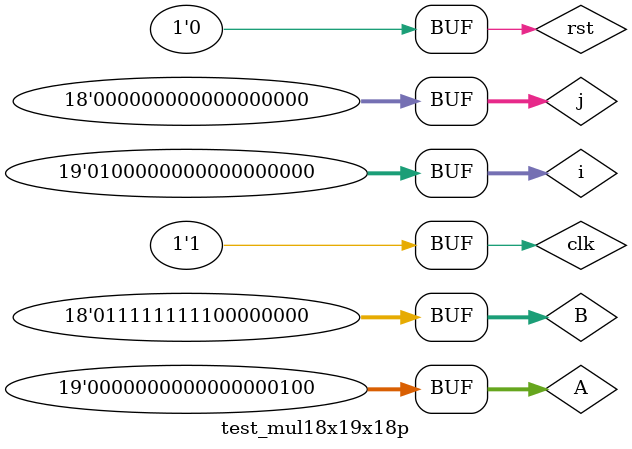
<source format=v>
`timescale 1ns / 1ps
module test_mul18x19x18p;

	// Inputs
	reg [18:0] A;
	reg [17:0] B;
	reg clk;
	reg rst;
	reg [18:0] i;
	reg [17:0] j;

	// Outputs
	wire [17:0] P;
	wire V;

	// Instantiate the Unit Under Test (UUT)
	mul18x19x18p uut (
		.A(A), 
		.B(B), 
		.P(P), 
		.V(V), 
		.clk(clk), 
		.rst(rst)
	);

	initial begin
		// Initialize Inputs
		A = 0;
		B = 0;
		clk = 0;
		rst = 0;
		i = -131072;
		j = 0;

		// Wait 100 ns for global reset to finish
		#100;
 		#5 clk = 0; rst = 1;
		#5 clk = 1;
		#5 clk = 0; rst = 0;
		#5 clk = 1;
       
		// Multiply 
		repeat (1024)
		begin
			#5 clk = 0; A = -4; B = i;
			#5 clk = 1;
			#5 clk = 0; A = -3; B = i;
			#5 clk = 1;
			#5 clk = 0; A = -2; B = i;
			#5 clk = 1;
			#5 clk = 0; A = -1; B = i;
			#5 clk = 1;
			#5 clk = 0; A = 0; B = i;
			#5 clk = 1;
			#5 clk = 0; A = 1; B = i;
			#5 clk = 1;
			#5 clk = 0; A = 2; B = i;
			#5 clk = 1;
			#5 clk = 0; A = 3; B = i;
			#5 clk = 1;
			#5 clk = 0; A = 4; B = i;
			#5 clk = 1;
			i = i+256;
		end
	end
      
endmodule


</source>
